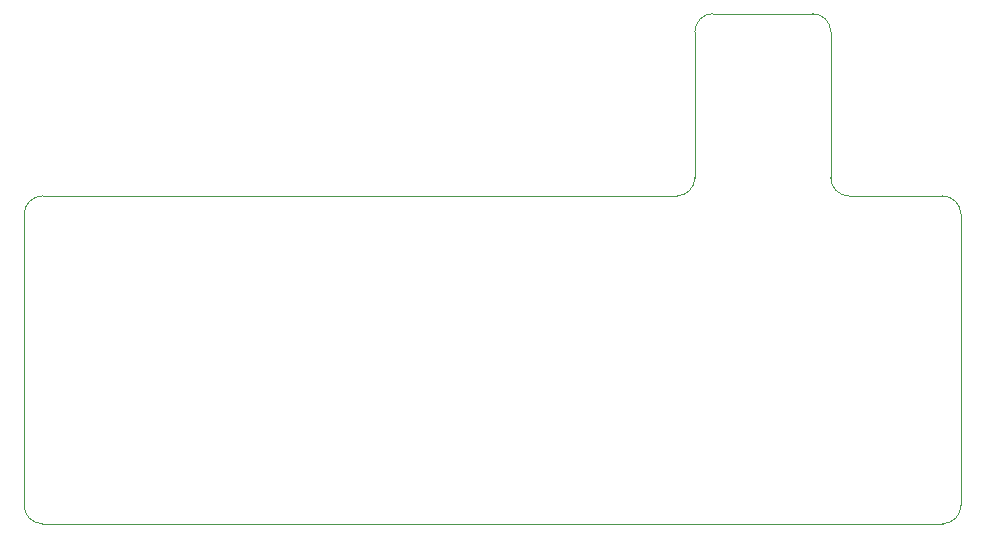
<source format=gbr>
%FSLAX34Y34*%
%MOMM*%
%LNOUTLINE*%
G71*
G01*
%ADD10C, 0.10*%
%LPD*%
G54D10*
G75*
G01X17066Y839391D02*
G03X1588Y823913I0J-15478D01*
G01*
G54D10*
X17066Y839391D02*
X553894Y839371D01*
G54D10*
X1588Y823913D02*
X1444Y577433D01*
G54D10*
G75*
G01X1444Y577433D02*
G03X16922Y561955I15478J0D01*
G01*
G54D10*
G75*
G01X794544Y823913D02*
G03X779066Y839391I-15478J0D01*
G01*
G54D10*
X794544Y823913D02*
X794689Y577433D01*
G54D10*
G75*
G01X779211Y561955D02*
G03X794689Y577433I0J15478D01*
G01*
G54D10*
X16921Y561955D02*
X779211Y561955D01*
G54D10*
G75*
G01X684466Y854849D02*
G03X699944Y839371I15478J0D01*
G01*
G54D10*
G75*
G01X553894Y839371D02*
G03X569372Y854849I0J15478D01*
G01*
G54D10*
G75*
G01X584850Y993755D02*
G03X569372Y978277I0J-15478D01*
G01*
G54D10*
G75*
G01X684524Y978238D02*
G03X669046Y993716I-15478J0D01*
G01*
G54D10*
X699944Y839371D02*
X779046Y839371D01*
X779066Y839391D01*
G54D10*
X584850Y993755D02*
X669006Y993755D01*
X669046Y993716D01*
G54D10*
X684466Y978180D02*
X684466Y854849D01*
G54D10*
X569372Y854849D02*
X569372Y978277D01*
M02*

</source>
